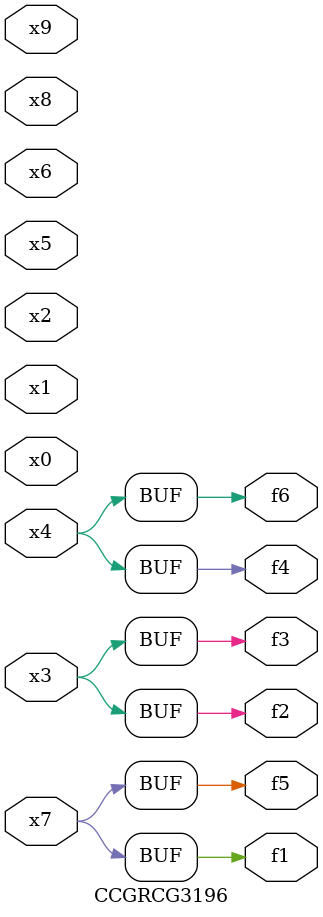
<source format=v>
module CCGRCG3196(
	input x0, x1, x2, x3, x4, x5, x6, x7, x8, x9,
	output f1, f2, f3, f4, f5, f6
);
	assign f1 = x7;
	assign f2 = x3;
	assign f3 = x3;
	assign f4 = x4;
	assign f5 = x7;
	assign f6 = x4;
endmodule

</source>
